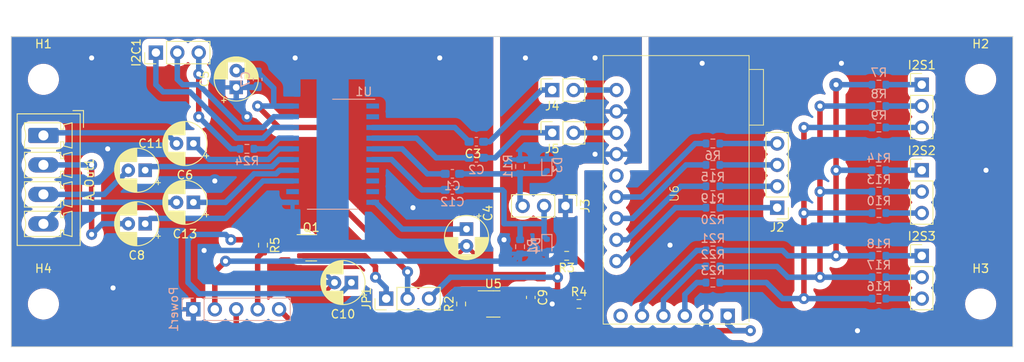
<source format=kicad_pcb>
(kicad_pcb (version 20221018) (generator pcbnew)
  (layers (0 "F.Cu" signal) (31 "B.Cu" signal) (34 "B.Paste" user) (35 "F.Paste" user) (36 "B.SilkS" user "B.Silkscreen") (37 "F.SilkS" user "F.Silkscreen") (38 "B.Mask" user) (39 "F.Mask" user) (44 "Edge.Cuts" user))
  (net 0 "")
  (net 1 "/OUT_LF")
  (net 2 "/OUT_LR")
  (net 3 "/OUT_RF")
  (net 4 "/OUT_RR")
  (net 5 "/9V0A")
  (net 6 "GNDD")
  (net 7 "/Aux_R")
  (net 8 "GNDA")
  (net 9 "/Aux_L")
  (net 10 "Net-(U1-SE1L)")
  (net 11 "Net-(U1-SE2R)")
  (net 12 "/I2S1_BitClockInput")
  (net 13 "/I2S1_DataInput")
  (net 14 "Net-(J5-Pin_1)")
  (net 15 "Net-(U1-SE2L)")
  (net 16 "/I2S1_WordClockInput")
  (net 17 "/I2S2_BitClockInput")
  (net 18 "/I2S2_DataInput")
  (net 19 "/I2S2_WordClockInput")
  (net 20 "/I2S3_BitClockInput")
  (net 21 "Net-(J4-Pin_1)")
  (net 22 "Net-(U1-CREF)")
  (net 23 "/MutePin")
  (net 24 "/I2C_SCL")
  (net 25 "/I2C_SDA")
  (net 26 "Net-(U1-OUTLF)")
  (net 27 "/I2S3_DataInput")
  (net 28 "/I2S3_WordClockInput")
  (net 29 "Net-(J2-Pin_1)")
  (net 30 "Net-(J2-Pin_2)")
  (net 31 "+5V")
  (net 32 "Net-(J2-Pin_3)")
  (net 33 "Net-(J2-Pin_4)")
  (net 34 "Net-(U6-FMT)")
  (net 35 "Net-(R14-Pad2)")
  (net 36 "Net-(R13-Pad2)")
  (net 37 "Net-(R10-Pad2)")
  (net 38 "Net-(U6-XSMT)")
  (net 39 "Net-(U6-DEMP)")
  (net 40 "Net-(U6-FLT)")
  (net 41 "/BitClockInput")
  (net 42 "/DataInput")
  (net 43 "/WordClockInput")
  (net 44 "Net-(JP1-B)")
  (net 45 "Net-(U5-EN)")
  (net 46 "Net-(U5-ADJ)")
  (net 47 "+9V")
  (net 48 "+12V")
  (net 49 "Net-(Q1-B)")
  (net 50 "Net-(JP1-A)")
  (net 51 "Net-(U1-OUTRF)")
  (net 52 "Net-(U1-OUTLR)")
  (net 53 "/PCV5102_Lout")
  (net 54 "/PCV5102_Rout")
  (net 55 "Net-(U1-SE1R)")
  (net 58 "Net-(U1-OUTRR)")
  (net 59 "Net-(U1-MUTE{slash}MUX)")
  (footprint "Capacitor_THT:CP_Radial_D5.0mm_P2.00mm" (layer "F.Cu") (at 113.665 50.485113 90)
    (fp_text reference "C5")
    (fp_text value "10uF")
  )
  (footprint "Connector_PinHeader_2.54mm:PinHeader_1x03_P2.54mm_Vertical" (layer "F.Cu") (at 194.945 50.165)
    (fp_text reference "I2S1")
    (fp_text value "Conn_01x03_Pin")
  )
  (footprint "Resistor_SMD:R_0603_1608Metric" (layer "F.Cu") (at 140.335 76.2 90)
    (fp_text reference "R2")
    (fp_text value "10k")
  )
  (footprint "MountingHole:MountingHole_3.2mm_M3" (layer "F.Cu") (at 90.805 76.2)
    (fp_text reference "H4")
    (fp_text value "MountingHole")
  )
  (footprint "Connector_PinHeader_2.54mm:PinHeader_1x03_P2.54mm_Vertical" (layer "F.Cu") (at 152.706 64.5586 -90)
    (fp_text reference "J3")
    (fp_text value "AudioIn")
  )
  (footprint "Capacitor_THT:CP_Radial_D5.0mm_P2.00mm" (layer "F.Cu") (at 102.87 60.325 180)
    (fp_text reference "C11")
    (fp_text value "10uF n.a.")
  )
  (footprint "Connector_PinHeader_2.54mm:PinHeader_1x03_P2.54mm_Vertical" (layer "F.Cu") (at 104.14 46.355 90)
    (fp_text reference "I2C1")
    (fp_text value "Conn_01x03_Pin")
  )
  (footprint "MountingHole:MountingHole_3.2mm_M3" (layer "F.Cu") (at 201.93 76.2)
    (fp_text reference "H3")
    (fp_text value "MountingHole")
  )
  (footprint "Connector_PinSocket_2.54mm:PinSocket_1x02_P2.54mm_Vertical" (layer "F.Cu") (at 151.13 55.88 90)
    (fp_text reference "J5")
    (fp_text value "Conn_01x02_Pin")
  )
  (footprint "Resistor_SMD:R_0603_1608Metric" (layer "F.Cu") (at 152.845 70.485 180)
    (fp_text reference "R3")
    (fp_text value "10k")
  )
  (footprint "Capacitor_THT:CP_Radial_D5.0mm_P2.00mm" (layer "F.Cu") (at 102.87 66.675 180)
    (fp_text reference "C8")
    (fp_text value "10uF n.a.")
  )
  (footprint "Connector_Phoenix_MC:PhoenixContact_MCV_1,5_4-G-3.5_1x04_P3.50mm_Vertical" (layer "F.Cu") (at 90.805 56.19 -90)
    (fp_text reference "A_Out1")
    (fp_text value "Conn_01x04")
  )
  (footprint "Connector_PinSocket_2.54mm:PinSocket_1x02_P2.54mm_Vertical" (layer "F.Cu") (at 151.13 50.8 90)
    (fp_text reference "J4")
    (fp_text value "Conn_01x02_Pin")
  )
  (footprint "MountingHole:MountingHole_3.2mm_M3" (layer "F.Cu") (at 90.805 49.53)
    (fp_text reference "H1")
    (fp_text value "MountingHole")
  )
  (footprint "Capacitor_THT:CP_Radial_D5.0mm_P2.00mm" (layer "F.Cu") (at 127.320113 73.66 180)
    (fp_text reference "C10")
    (fp_text value "100uF")
  )
  (footprint "Capacitor_THT:CP_Radial_D5.0mm_P2.00mm" (layer "F.Cu") (at 140.97 67.31 -90)
    (fp_text reference "C4")
    (fp_text value "10uF")
  )
  (footprint "Capacitor_THT:CP_Radial_D5.0mm_P2.00mm" (layer "F.Cu") (at 108.585 64.135 180)
    (fp_text reference "C13")
    (fp_text value "10uF n.a.")
  )
  (footprint "GY-PCM5102:GY-PCM5102" (layer "F.Cu") (at 166.116 65.6336 90)
    (fp_text reference "U6")
    (fp_text value "GY-PCM5102")
  )
  (footprint "Package_TO_SOT_SMD:SOT-23" (layer "F.Cu") (at 122.555 69.53)
    (fp_text reference "Q1")
    (fp_text value "BC817")
  )
  (footprint "Resistor_SMD:R_0603_1608Metric" (layer "F.Cu") (at 154.305 76.2)
    (fp_text reference "R4")
    (fp_text value "1k6")
  )
  (footprint "Connector_PinHeader_2.54mm:PinHeader_1x04_P2.54mm_Vertical" (layer "F.Cu") (at 177.8 64.77 180)
    (fp_text reference "J2")
    (fp_text value "Conn_01x04_Pin")
  )
  (footprint "Connector_PinHeader_2.54mm:PinHeader_1x03_P2.54mm_Vertical" (layer "F.Cu") (at 131.445 75.565 90)
    (fp_text reference "JP1")
    (fp_text value "Jumper_3_Open")
  )
  (footprint "Capacitor_THT:CP_Radial_D5.0mm_P2.00mm" (layer "F.Cu") (at 108.585 57.15 180)
    (fp_text reference "C6")
    (fp_text value "10uF n.a.")
  )
  (footprint "Package_TO_SOT_SMD:SOT-23-5" (layer "F.Cu") (at 144.145 76.2)
    (fp_text reference "U5")
    (fp_text value "AP2204K-ADJ")
  )
  (footprint "Capacitor_SMD:C_0603_1608Metric" (layer "F.Cu") (at 148.59 75.425 -90)
    (fp_text reference "C9")
    (fp_text value "2.2uF")
  )
  (footprint "MountingHole:MountingHole_3.2mm_M3" (layer "F.Cu") (at 201.93 49.53)
    (fp_text reference "H2")
    (fp_text value "MountingHole")
  )
  (footprint "Resistor_SMD:R_0603_1608Metric" (layer "F.Cu") (at 116.84 69.215 -90)
    (fp_text reference "R5")
    (fp_text value "150")
  )
  (footprint "Connector_PinHeader_2.54mm:PinHeader_1x03_P2.54mm_Vertical" (layer "F.Cu") (at 194.945 60.325)
    (fp_text reference "I2S2")
    (fp_text value "Conn_01x03_Pin")
  )
  (footprint "Connector_PinHeader_2.54mm:PinHeader_1x03_P2.54mm_Vertical" (layer "F.Cu") (at 194.945 70.485)
    (fp_text reference "I2S3")
    (fp_text value "Conn_01x03_Pin")
  )
  (footprint "Capacitor_SMD:C_0603_1608Metric_Pad1.08x0.95mm_HandSolder" (layer "B.Cu") (at 139.2925 62.6536)
    (fp_text reference "C12")
    (fp_text value "1uF")
  )
  (footprint "Resistor_SMD:R_0603_1608Metric" (layer "B.Cu") (at 170.18 64.77)
    (fp_text reference "R20")
    (fp_text value "1k")
  )
  (footprint "Diode_SMD:D_SOD-523" (layer "B.Cu") (at 150.495 69.215 -90)
    (fp_text reference "D4")
    (fp_text value "ESD5Z5.0T1G")
  )
  (footprint "Resistor_SMD:R_0603_1608Metric" (layer "B.Cu") (at 170.18 57.15)
    (fp_text reference "R6")
    (fp_text value "1k")
  )
  (footprint "Capacitor_SMD:C_0603_1608Metric_Pad1.08x0.95mm_HandSolder" (layer "B.Cu") (at 142.1385 58.8436)
    (fp_text reference "C2")
    (fp_text value "1uF")
  )
  (footprint "Resistor_SMD:R_0603_1608Metric" (layer "B.Cu") (at 114.935 57.785)
    (fp_text reference "R24")
    (fp_text value "1k")
  )
  (footprint "Resistor_SMD:R_0603_1608Metric" (layer "B.Cu") (at 189.865 75.565 180)
    (fp_text reference "R16")
    (fp_text value "90-165-330")
  )
  (footprint "Resistor_SMD:R_0603_1608Metric" (layer "B.Cu") (at 170.18 71.755 180)
    (fp_text reference "R22")
    (fp_text value "90-165-330")
  )
  (footprint "Capacitor_SMD:C_0603_1608Metric_Pad1.08x0.95mm_HandSolder" (layer "B.Cu") (at 139.2925 60.7486)
    (fp_text reference "C1")
    (fp_text value "1uF")
  )
  (footprint "Diode_SMD:D_SOD-523" (layer "B.Cu") (at 150.495 59.69 90)
    (fp_text reference "D3")
    (fp_text value "ESD5Z5.0T1G")
  )
  (footprint "Package_SO:SO-20_12.8x7.5mm_P1.27mm" (layer "B.Cu") (at 125.095 58.42 180)
    (fp_text reference "U1")
    (fp_text value "TDA7418")
  )
  (footprint "Resistor_SMD:R_0603_1608Metric" (layer "B.Cu") (at 147.32 59.88 -90)
    (fp_text reference "R11")
    (fp_text value "10k (n.a.)")
  )
  (footprint "Resistor_SMD:R_0603_1608Metric" (layer "B.Cu") (at 189.865 60.325 180)
    (fp_text reference "R14")
    (fp_text value "90-165-330")
  )
  (footprint "Capacitor_SMD:C_0603_1608Metric_Pad1.08x0.95mm_HandSolder" (layer "B.Cu") (at 116.205 49.53 -90)
    (fp_text reference "C7")
    (fp_text value "100nF")
  )
  (footprint "Resistor_SMD:R_0603_1608Metric" (layer "B.Cu") (at 189.865 62.865 180)
    (fp_text reference "R13")
    (fp_text value "90-165-330")
  )
  (footprint "Resistor_SMD:R_0603_1608Metric" (layer "B.Cu") (at 170.18 59.69)
    (fp_text reference "R15")
    (fp_text value "1k")
  )
  (footprint "Resistor_SMD:R_0603_1608Metric" (layer "B.Cu") (at 189.865 73.025 180)
    (fp_text reference "R17")
    (fp_text value "90-165-330")
  )
  (footprint "Resistor_SMD:R_0603_1608Metric" (layer "B.Cu") (at 189.865 55.245 180)
    (fp_text reference "R9")
    (fp_text value "90-165-330")
  )
  (footprint "Connector_PinHeader_2.54mm:PinHeader_1x05_P2.54mm_Vertical" (layer "B.Cu") (at 108.585 76.835 -90)
    (fp_text reference "Power1")
    (fp_text value "Conn_01x05_Pin")
  )
  (footprint "Resistor_SMD:R_0603_1608Metric" (layer "B.Cu") (at 170.18 69.85 180)
    (fp_text reference "R21")
    (fp_text value "90-165-330")
  )
  (footprint "Resistor_SMD:R_0603_1608Metric" (layer "B.Cu") (at 147.32 69.405 90)
    (fp_text reference "R1")
    (fp_text value "10k (n.a.)")
  )
  (footprint "Resistor_SMD:R_0603_1608Metric" (layer "B.Cu") (at 170.18 73.66 180)
    (fp_text reference "R23")
    (fp_text value "90-165-330")
  )
  (footprint "Capacitor_SMD:C_0603_1608Metric_Pad1.08x0.95mm_HandSolder" (layer "B.Cu") (at 142.1385 56.9386)
    (fp_text reference "C3")
    (fp_text value "1uF")
  )
  (footprint "Resistor_SMD:R_0603_1608Metric" (layer "B.Cu") (at 189.865 70.485 180)
    (fp_text reference "R18")
    (fp_text value "90-165-330")
  )
  (footprint "Resistor_SMD:R_0603_1608Metric" (layer "B.Cu") (at 189.865 65.405 180)
    (fp_text reference "R10")
    (fp_text value "90-165-330")
  )
  (footprint "Resistor_SMD:R_0603_1608Metric" (layer "B.Cu") (at 170.18 62.23)
    (fp_text reference "R19")
    (fp_text value "1k")
  )
  (footprint "Resistor_SMD:R_0603_1608Metric" (layer "B.Cu") (at 189.865 50.165 180)
    (fp_text reference "R7")
    (fp_text value "90-165-330")
  )
  (footprint "Resistor_SMD:R_0603_1608Metric" (layer "B.Cu") (at 189.865 52.705 180)
    (fp_text reference "R8")
    (fp_text value "90-165-330")
  )
  (gr_line (start 86.995 81.28) (end 205.74 81.28) (stroke (width 0.1)) (layer "Edge.Cuts"))
  (gr_line (start 86.995 44.45) (end 86.995 81.28) (stroke (width 0.1)) (layer "Edge.Cuts"))
  (gr_line (start 86.995 44.45) (end 205.74 44.45) (stroke (width 0.1)) (layer "Edge.Cuts"))
  (gr_line (start 205.74 81.28) (end 205.74 44.45) (stroke (width 0.1)) (layer "Edge.Cuts"))
  (segment (start 91.115 55.88) (end 105.315 55.88) (width 0.65) (layer "B.Cu") (net 1))
  (segment (start 105.315 55.88) (end 106.585 57.15) (width 0.65) (layer "B.Cu") (net 1))
  (segment (start 91.13 56.515) (end 90.805 56.19) (width 0.65) (layer "B.Cu") (net 1))
  (segment (start 90.805 56.19) (end 91.115 55.88) (width 0.65) (layer "B.Cu") (net 1))
  (segment (start 98.005 63.19) (end 100.87 60.325) (width 0.65) (layer "B.Cu") (net 2))
  (segment (start 90.805 63.19) (end 98.005 63.19) (width 0.65) (layer "B.Cu") (net 2))
  (segment (start 96.52 59.69) (end 96.52 67.945) (width 0.65) (layer "F.Cu") (net 3))
  (via (at 96.52 67.945) (size 1.3) (drill 0.6) (layers "F.Cu" "B.Cu") (net 3))
  (via (at 96.52 59.69) (size 1.3) (drill 0.6) (layers "F.Cu" "B.Cu") (net 3))
  (segment (start 97.79 66.675) (end 96.52 67.945) (width 0.65) (layer "B.Cu") (net 3))
  (segment (start 100.87 66.675) (end 97.79 66.675) (width 0.65) (layer "B.Cu") (net 3))
  (segment (start 90.805 59.69) (end 96.52 59.69) (width 0.65) (layer "B.Cu") (net 3))
  (segment (start 93.36 64.135) (end 90.805 66.69) (width 0.65) (layer "B.Cu") (net 4))
  (segment (start 106.585 64.135) (end 93.36 64.135) (width 0.65) (layer "B.Cu") (net 4))
  (segment (start 123.825 55.245) (end 118.745 55.245) (width 0.65) (layer "F.Cu") (net 5))
  (segment (start 124.46 62.865) (end 124.46 62.23) (width 0.65) (layer "F.Cu") (net 5))
  (segment (start 124.46 62.23) (end 124.46 55.88) (width 0.65) (layer "F.Cu") (net 5))
  (segment (start 118.745 55.245) (end 116.205 52.705) (width 0.65) (layer "F.Cu") (net 5))
  (segment (start 124.46 55.88) (end 123.825 55.245) (width 0.65) (layer "F.Cu") (net 5))
  (segment (start 133.985 72.39) (end 124.46 62.865) (width 0.65) (layer "F.Cu") (net 5))
  (via (at 133.985 72.39) (size 1.3) (drill 0.6) (layers "F.Cu" "B.Cu") (net 5))
  (via (at 116.205 52.705) (size 1.3) (drill 0.6) (layers "F.Cu" "B.Cu") (net 5))
  (segment (start 116.022613 48.485113) (end 116.205 48.6675) (width 0.65) (layer "B.Cu") (net 5))
  (segment (start 120.345 52.705) (end 118.11 52.705) (width 0.65) (layer "B.Cu") (net 5))
  (segment (start 114.3 48.485113) (end 116.022613 48.485113) (width 0.65) (layer "B.Cu") (net 5))
  (segment (start 133.985 75.565) (end 133.985 72.39) (width 0.65) (layer "B.Cu") (net 5))
  (segment (start 116.205 52.705) (end 118.11 52.705) (width 0.65) (layer "B.Cu") (net 5))
  (segment (start 118.11 52.705) (end 118.11 50.5725) (width 0.65) (layer "B.Cu") (net 5))
  (segment (start 118.11 50.5725) (end 116.205 48.6675) (width 0.65) (layer "B.Cu") (net 5))
  (segment (start 114.935 62.23) (end 109.855 67.31) (width 0.65) (layer "F.Cu") (net 6))
  (segment (start 114.935 53.975) (end 114.935 62.23) (width 0.65) (layer "F.Cu") (net 6))
  (segment (start 148.59 76.2) (end 151.13 76.2) (width 0.65) (layer "F.Cu") (net 6))
  (segment (start 109.855 67.31) (end 109.855 69.85) (width 0.65) (layer "F.Cu") (net 6))
  (segment (start 151.13 76.2) (end 153.48 76.2) (width 0.65) (layer "F.Cu") (net 6))
  (segment (start 108.585 76.835) (end 108.585 71.12) (width 0.65) (layer "F.Cu") (net 6))
  (segment (start 108.585 71.12) (end 109.855 69.85) (width 0.65) (layer "F.Cu") (net 6))
  (segment (start 143.0075 76.2) (end 148.59 76.2) (width 0.65) (layer "F.Cu") (net 6))
  (via (at 99.06 74.295) (size 1.6) (drill 0.6) (layers "F.Cu" "B.Cu") (net 6))
  (via (at 98.425 57.785) (size 1.6) (drill 0.6) (layers "F.Cu" "B.Cu") (net 6))
  (via (at 134.62 64.77) (size 1.6) (drill 0.6) (layers "F.Cu" "B.Cu") (net 6))
  (via (at 96.52 46.99) (size 1.6) (drill 0.6) (layers "F.Cu" "B.Cu") (net 6))
  (via (at 202.565 60.325) (size 1.6) (drill 0.6) (layers "F.Cu" "B.Cu") (net 6))
  (via (at 109.855 69.85) (size 1.3) (drill 0.6) (layers "F.Cu" "B.Cu") (net 6))
  (via (at 120.65 46.99) (size 1.6) (drill 0.6) (layers "F.Cu" "B.Cu") (net 6))
  (via (at 168.91 47.625) (size 1.6) (drill 0.6) (layers "F.Cu" "B.Cu") (net 6))
  (via (at 114.935 53.975) (size 1.3) (drill 0.6) (layers "F.Cu" "B.Cu") (net 6))
  (via (at 111.125 61.595) (size 1.6) (drill 0.6) (layers "F.Cu" "B.Cu") (net 6))
  (via (at 185.42 47.625) (size 1.6) (drill 0.6) (layers "F.Cu" "B.Cu") (net 6))
  (via (at 137.795 46.99) (size 1.6) (drill 0.6) (layers "F.Cu" "B.Cu") (net 6))
  (via (at 187.325 79.375) (size 1.6) (drill 0.6) (layers "F.Cu" "B.Cu") (net 6))
  (via (at 165.1 69.215) (size 1.6) (drill 0.6) (layers "F.Cu" "B.Cu") (net 6))
  (via (at 151.13 76.2) (size 1.3) (drill 0.6) (layers "F.Cu" "B.Cu") (net 6))
  (segment (start 113.665 50.485113) (end 113.665 52.705) (width 0.65) (layer "B.Cu") (net 6))
  (segment (start 118.84 69.85) (end 117.475 69.85) (width 0.65) (layer "B.Cu") (net 6))
  (segment (start 116.112387 50.485113) (end 116.205 50.3925) (width 0.65) (layer "B.Cu") (net 6))
  (segment (start 151.13 79.375) (end 151.13 76.2) (width 0.65) (layer "B.Cu") (net 6))
  (segment (start 169.396 78.889) (end 169.396 77.5936) (width 0.65) (layer "B.Cu") (net 6))
  (segment (start 119.38 69.31) (end 118.84 69.85) (width 0.65) (layer "B.Cu") (net 6))
  (segment (start 125.320113 73.66) (end 111.125 73.66) (width 0.65) (layer "B.Cu") (net 6))
  (segment (start 154.305 79.375) (end 168.91 79.375) (width 0.65) (layer "B.Cu") (net 6))
  (segment (start 140.97 69.31) (end 119.38 69.31) (width 0.65) (layer "B.Cu") (net 6))
  (segment (start 108.585 78.74) (end 108.585 76.835) (width 0.65) (layer "B.Cu") (net 6))
  (segment (start 168.91 79.375) (end 169.396 78.889) (width 0.65) (layer "B.Cu") (net 6))
  (segment (start 151.13 79.375) (end 154.305 79.375) (width 0.65) (layer "B.Cu") (net 6))
  (segment (start 117.475 69.85) (end 109.855 69.85) (width 0.65) (layer "B.Cu") (net 6))
  (segment (start 120.345 64.135) (end 118.11 64.135) (width 0.65) (layer "B.Cu") (net 6))
  (segment (start 117.475 64.77) (end 117.475 69.85) (width 0.65) (layer "B.Cu") (net 6))
  (segment (start 108.585 78.74) (end 109.22 79.375) (width 0.65) (layer "B.Cu") (net 6))
  (segment (start 109.855 72.39) (end 109.855 69.85) (width 0.65) (layer "B.Cu") (net 6))
  (segment (start 118.11 64.135) (end 117.475 64.77) (width 0.65) (layer "B.Cu") (net 6))
  (segment (start 114.3 50.485113) (end 116.112387 50.485113) (width 0.65) (layer "B.Cu") (net 6))
  (segment (start 113.665 52.705) (end 114.935 53.975) (width 0.65) (layer "B.Cu") (net 6))
  (segment (start 109.22 79.375) (end 151.13 79.375) (width 0.65) (layer "B.Cu") (net 6))
  (segment (start 111.125 73.66) (end 109.855 72.39) (width 0.65) (layer "B.Cu") (net 6))
  (segment (start 147.32 66.675) (end 150.166 66.675) (width 0.65) (layer "B.Cu") (net 7))
  (segment (start 145.415 66.675) (end 147.32 66.675) (width 0.65) (layer "B.Cu") (net 7))
  (segment (start 150.166 66.675) (end 150.166 64.5586) (width 0.65) (layer "B.Cu") (net 7))
  (segment (start 145.2036 62.6536) (end 145.415 62.865) (width 0.65) (layer "B.Cu") (net 7))
  (segment (start 150.495 68.515) (end 150.166 68.186) (width 0.65) (layer "B.Cu") (net 7))
  (segment (start 145.415 62.865) (end 145.415 66.675) (width 0.65) (layer "B.Cu") (net 7))
  (segment (start 147.32 68.58) (end 147.32 66.675) (width 0.65) (layer "B.Cu") (net 7))
  (segment (start 150.166 68.186) (end 150.166 66.675) (width 0.65) (layer "B.Cu") (net 7))
  (segment (start 140.155 62.6536) (end 145.2036 62.6536) (width 0.65) (layer "B.Cu") (net 7))
  (segment (start 111.125 72.39) (end 112.394998 71.12) (width 0.65) (layer "F.Cu") (net 8))
  (segment (start 156.21 46.99) (end 156.21 58.42) (width 0.65) (layer "F.Cu") (net 8))
  (segment (start 111.125 76.835) (end 111.125 72.39) (width 0.65) (layer "F.Cu") (net 8))
  (via (at 156.21 58.42) (size 1.3) (drill 0.6) (layers "F.Cu" "B.Cu") (net 8))
  (via (at 145.415 68.58) (size 1.6) (drill 0.6) (layers "F.Cu" "B.Cu") (net 8))
  (via (at 156.21 46.99) (size 1.3) (drill 0.6) (layers "F.Cu" "B.Cu") (net 8))
  (via (at 147.955 46.99) (size 1.6) (drill 0.6) (layers "F.Cu" "B.Cu") (net 8))
  (via (at 112.394998 71.12) (size 1.3) (drill 0.6) (layers "F.Cu" "B.Cu") (net 8))
  (segment (start 152.706 69.544) (end 152.4 69.85) (width 0.65) (layer "B.Cu") (net 8))
  (segment (start 152.706 64.5586) (end 152.706 69.544) (width 0.65) (layer "B.Cu") (net 8))
  (segment (start 161.29 53.34) (end 161.29 57.785) (width 0.65) (layer "B.Cu") (net 8))
  (segment (start 154.305 58.42) (end 152.729 59.996) (width 0.65) (layer "B.Cu") (net 8))
  (segment (start 147.385 58.99) (end 150.495 58.99) (width 0.65) (layer "B.Cu") (net 8))
  (segment (start 158.75 53.34) (end 161.29 53.34) (width 0.65) (layer "B.Cu") (net 8))
  (segment (start 150.56 69.85) (end 150.495 69.915) (width 0.65) (layer "B.Cu") (net 8))
  (segment (start 158.75 58.42) (end 156.21 58.42) (width 0.65) (layer "B.Cu") (net 8))
  (segment (start 151.7 58.99) (end 152.706 59.996) (width 0.65) (layer "B.Cu") (net 8))
  (segment (start 152.4 69.85) (end 150.56 69.85) (width 0.65) (layer "B.Cu") (net 8))
  (segment (start 152.729 59.996) (end 152.706 59.996) (width 0.65) (layer "B.Cu") (net 8))
  (segment (start 156.21 58.42) (end 154.305 58.42) (width 0.65) (layer "B.Cu") (net 8))
  (segment (start 161.29 57.785) (end 160.655 58.42) (width 0.65) (layer "B.Cu") (net 8))
  (segment (start 146.43 71.12) (end 112.394998 71.12) (width 0.65) (layer "B.Cu") (net 8))
  (segment (start 147.32 70.23) (end 150.18 70.23) (width 0.65) (layer "B.Cu") (net 8))
  (segment (start 160.655 58.42) (end 158.75 58.42) (width 0.65) (layer "B.Cu") (net 8))
  (segment (start 147.32 59.055) (end 147.385 58.99) (width 0.65) (layer "B.Cu") (net 8))
  (segment (start 147.32 70.23) (end 146.43 71.12) (width 0.65) (layer "B.Cu") (net 8))
  (segment (start 152.706 59.996) (end 152.706 64.5586) (width 0.65) (layer "B.Cu") (net 8))
  (segment (start 150.18 70.23) (end 150.495 69.915) (width 0.65) (layer "B.Cu") (net 8))
  (segment (start 150.495 58.99) (end 151.7 58.99) (width 0.65) (layer "B.Cu") (net 8))
  (segment (start 140.155 60.7486) (end 147.2764 60.7486) (width 0.65) (layer "B.Cu") (net 9))
  (segment (start 150.18 60.705) (end 150.495 60.39) (width 0.65) (layer "B.Cu") (net 9))
  (segment (start 147.32 60.705) (end 147.32 64.2526) (width 0.65) (layer "B.Cu") (net 9))
  (segment (start 147.2764 60.7486) (end 147.32 60.705) (width 0.65) (layer "B.Cu") (net 9))
  (segment (start 147.32 60.705) (end 150.18 60.705) (width 0.65) (layer "B.Cu") (net 9))
  (segment (start 147.32 64.2526) (end 147.626 64.5586) (width 0.65) (layer "B.Cu") (net 9))
  (segment (start 133.35 57.785) (end 136.3136 60.7486) (width 0.65) (layer "B.Cu") (net 10))
  (segment (start 136.3136 60.7486) (end 138.43 60.7486) (width 0.65) (layer "B.Cu") (net 10))
  (segment (start 129.845 57.785) (end 133.35 57.785) (width 0.65) (layer "B.Cu") (net 10))
  (segment (start 135.0428 56.515) (end 137.3714 58.8436) (width 0.65) (layer "B.Cu") (net 11))
  (segment (start 129.845 56.515) (end 135.0428 56.515) (width 0.65) (layer "B.Cu") (net 11))
  (segment (start 137.3714 58.8436) (end 141.276 58.8436) (width 0.65) (layer "B.Cu") (net 11))
  (segment (start 190.69 50.165) (end 194.945 50.165) (width 0.65) (layer "B.Cu") (net 12))
  (segment (start 194.945 52.705) (end 190.69 52.705) (width 0.65) (layer "B.Cu") (net 13))
  (segment (start 147.32 55.88) (end 151.13 55.88) (width 0.65) (layer "B.Cu") (net 14))
  (segment (start 143.001 58.8436) (end 144.3564 58.8436) (width 0.65) (layer "B.Cu") (net 14))
  (segment (start 144.3564 58.8436) (end 147.32 55.88) (width 0.65) (layer "B.Cu") (net 14))
  (segment (start 129.845 55.245) (end 139.5824 55.245) (width 0.65) (layer "B.Cu") (net 15))
  (segment (start 139.5824 55.245) (end 141.276 56.9386) (width 0.65) (layer "B.Cu") (net 15))
  (segment (start 190.69 55.245) (end 194.945 55.245) (width 0.65) (layer "B.Cu") (net 16))
  (segment (start 190.69 60.325) (end 194.945 60.325) (width 0.65) (layer "B.Cu") (net 17))
  (segment (start 190.69 62.865) (end 194.945 62.865) (width 0.65) (layer "B.Cu") (net 18))
  (segment (start 190.69 65.405) (end 194.945 65.405) (width 0.65) (layer "B.Cu") (net 19))
  (segment (start 190.69 70.485) (end 194.945 70.485) (width 0.65) (layer "B.Cu") (net 20))
  (segment (start 149.86 50.8) (end 151.13 50.8) (width 0.65) (layer "B.Cu") (net 21))
  (segment (start 143.001 56.9386) (end 143.7214 56.9386) (width 0.65) (layer "B.Cu") (net 21))
  (segment (start 143.7214 56.9386) (end 149.86 50.8) (width 0.65) (layer "B.Cu") (net 21))
  (segment (start 129.845 64.135) (end 130.175 64.135) (width 0.65) (layer "B.Cu") (net 22))
  (segment (start 130.175 64.135) (end 133.35 67.31) (width 0.65) (layer "B.Cu") (net 22))
  (segment (start 133.35 67.31) (end 140.97 67.31) (width 0.65) (layer "B.Cu") (net 22))
  (segment (start 109.22 53.975) (end 109.22 48.895) (width 0.65) (layer "F.Cu") (net 23))
  (via (at 109.22 48.895) (size 1.3) (drill 0.6) (layers "F.Cu" "B.Cu") (net 23))
  (via (at 109.22 53.975) (size 1.3) (drill 0.6) (layers "F.Cu" "B.Cu") (net 23))
  (segment (start 113.03 57.785) (end 114.11 57.785) (width 0.65) (layer "B.Cu") (net 23))
  (segment (start 109.22 48.895) (end 109.22 46.355) (width 0.65) (layer "B.Cu") (net 23))
  (segment (start 109.22 53.975) (end 113.03 57.785) (width 0.65) (layer "B.Cu") (net 23))
  (segment (start 116.84 56.515) (end 118.11 55.245) (width 0.65) (layer "B.Cu") (net 24))
  (segment (start 118.11 55.245) (end 120.345 55.245) (width 0.65) (layer "B.Cu") (net 24))
  (segment (start 113.665 56.515) (end 116.84 56.515) (width 0.65) (layer "B.Cu") (net 24))
  (segment (start 104.14 46.355) (end 104.14 50.165) (width 0.65) (layer "B.Cu") (net 24))
  (segment (start 104.989501 51.014501) (end 108.164501 51.014501) (width 0.65) (layer "B.Cu") (net 24))
  (segment (start 104.14 50.165) (end 104.989501 51.014501) (width 0.65) (layer "B.Cu") (net 24))
  (segment (start 108.164501 51.014501) (end 113.665 56.515) (width 0.65) (layer "B.Cu") (net 24))
  (segment (start 116.84 55.245) (end 114.3 55.245) (width 0.65) (layer "B.Cu") (net 25))
  (segment (start 120.345 53.975) (end 118.11 53.975) (width 0.65) (layer "B.Cu") (net 25))
  (segment (start 118.11 53.975) (end 116.84 55.245) (width 0.65) (layer "B.Cu") (net 25))
  (segment (start 106.68 49.53) (end 106.68 46.355) (width 0.65) (layer "B.Cu") (net 25))
  (segment (start 114.3 55.245) (end 109.22 50.165) (width 0.65) (layer "B.Cu") (net 25))
  (segment (start 109.22 50.165) (end 107.315 50.165) (width 0.65) (layer "B.Cu") (net 25))
  (segment (start 107.315 50.165) (end 106.68 49.53) (width 0.65) (layer "B.Cu") (net 25))
  (segment (start 120.345 57.785) (end 118.745 57.785) (width 0.65) (layer "B.Cu") (net 26))
  (segment (start 118.745 57.785) (end 117.483503 59.046497) (width 0.65) (layer "B.Cu") (net 26))
  (segment (start 110.481497 59.046497) (end 108.585 57.15) (width 0.65) (layer "B.Cu") (net 26))
  (segment (start 117.483503 59.046497) (end 110.481497 59.046497) (width 0.65) (layer "B.Cu") (net 26))
  (segment (start 190.69 73.025) (end 194.945 73.025) (width 0.65) (layer "B.Cu") (net 27))
  (segment (start 190.69 75.565) (end 194.945 75.565) (width 0.65) (layer "B.Cu") (net 28))
  (segment (start 171.005 64.77) (end 177.8 64.77) (width 0.65) (layer "B.Cu") (net 29))
  (segment (start 171.005 62.23) (end 177.8 62.23) (width 0.65) (layer "B.Cu") (net 30))
  (segment (start 113.665 78.74) (end 114.3 79.375) (width 0.65) (layer "F.Cu") (net 31))
  (segment (start 114.3 79.375) (end 174.625 79.375) (width 0.65) (layer "F.Cu") (net 31))
  (segment (start 113.665 76.835) (end 113.665 78.74) (width 0.65) (layer "F.Cu") (net 31))
  (via (at 174.625 79.375) (size 1.3) (drill 0.6) (layers "F.Cu" "B.Cu") (net 31))
  (segment (start 172.72 79.375) (end 171.936 78.591) (width 0.65) (layer "B.Cu") (net 31))
  (segment (start 171.936 78.591) (end 171.936 77.5936) (width 0.65) (layer "B.Cu") (net 31))
  (segment (start 174.625 79.375) (end 172.72 79.375) (width 0.65) (layer "B.Cu") (net 31))
  (segment (start 171.005 59.69) (end 177.8 59.69) (width 0.65) (layer "B.Cu") (net 32))
  (segment (start 171.005 57.15) (end 177.8 57.15) (width 0.65) (layer "B.Cu") (net 33))
  (segment (start 158.75 63.5) (end 161.735 63.5) (width 0.65) (layer "B.Cu") (net 34))
  (segment (start 168.085 57.15) (end 169.355 57.15) (width 0.65) (layer "B.Cu") (net 34))
  (segment (start 161.735 63.5) (end 168.085 57.15) (width 0.65) (layer "B.Cu") (net 34))
  (segment (start 184.785 50.165) (end 184.785 60.325) (width 0.65) (layer "F.Cu") (net 35))
  (segment (start 184.785 70.485) (end 184.785 60.325) (width 0.65) (layer "F.Cu") (net 35))
  (via (at 184.785 50.165) (size 1.6) (drill 0.6) (layers "F.Cu" "B.Cu") (net 35))
  (via (at 184.785 70.485) (size 1.3) (drill 0.6) (layers "F.Cu" "B.Cu") (net 35))
  (via (at 184.785 60.325) (size 1.3) (drill 0.6) (layers "F.Cu" "B.Cu") (net 35))
  (segment (start 189.04 70.485) (end 184.785 70.485) (width 0.65) (layer "B.Cu") (net 35))
  (segment (start 178.435 69.85) (end 179.07 70.485) (width 0.65) (layer "B.Cu") (net 35))
  (segment (start 184.785 60.325) (end 189.04 60.325) (width 0.65) (layer "B.Cu") (net 35))
  (segment (start 179.07 70.485) (end 184.785 70.485) (width 0.65) (layer "B.Cu") (net 35))
  (segment (start 171.005 69.85) (end 178.435 69.85) (width 0.65) (layer "B.Cu") (net 35))
  (segment (start 189.04 50.165) (end 184.785 50.165) (width 0.65) (layer "B.Cu") (net 35))
  (segment (start 182.88 52.705) (end 182.88 62.865) (width 0.65) (layer "F.Cu") (net 36))
  (segment (start 182.88 73.025) (end 182.88 62.865) (width 0.65) (layer "F.Cu") (net 36))
  (via (at 182.88 52.705) (size 1.3) (drill 0.6) (layers "F.Cu" "B.Cu") (net 36))
  (via (at 182.88 73.025) (size 1.3) (drill 0.6) (layers "F.Cu" "B.Cu") (net 36))
  (via (at 182.88 62.865) (size 1.3) (drill 0.6) (layers "F.Cu" "B.Cu") (net 36))
  (segment (start 182.88 62.865) (end 189.04 62.865) (width 0.65) (layer "B.Cu") (net 36))
  (segment (start 171.005 71.755) (end 177.8 71.755) (width 0.65) (layer "B.Cu") (net 36))
  (segment (start 189.04 73.025) (end 182.88 73.025) (width 0.65) (layer "B.Cu") (net 36))
  (segment (start 179.07 73.025) (end 182.88 73.025) (width 0.65) (layer "B.Cu") (net 36))
  (segment (start 189.04 52.705) (end 182.88 52.705) (width 0.65) (layer "B.Cu") (net 36))
  (segment (start 177.8 71.755) (end 179.07 73.025) (width 0.65) (layer "B.Cu") (net 36))
  (segment (start 180.975 75.565) (end 180.975 65.405) (width 0.65) (layer "F.Cu") (net 37))
  (segment (start 180.975 55.245) (end 180.975 65.405) (width 0.65) (layer "F.Cu") (net 37))
  (via (at 180.975 75.565) (size 1.3) (drill 0.6) (layers "F.Cu" "B.Cu") (net 37))
  (via (at 180.975 65.405) (size 1.3) (drill 0.6) (layers "F.Cu" "B.Cu") (net 37))
  (via (at 180.975 55.245) (size 1.3) (drill 0.6) (layers "F.Cu" "B.Cu") (net 37))
  (segment (start 189.04 55.245) (end 180.975 55.245) (width 0.65) (layer "B.Cu") (net 37))
  (segment (start 176.53 73.66) (end 178.435 75.565) (width 0.65) (layer "B.Cu") (net 37))
  (segment (start 189.04 75.565) (end 180.975 75.565) (width 0.65) (layer "B.Cu") (net 37))
  (segment (start 178.435 75.565) (end 180.975 75.565) (width 0.65) (layer "B.Cu") (net 37))
  (segment (start 180.975 65.405) (end 189.04 65.405) (width 0.65) (layer "B.Cu") (net 37))
  (segment (start 171.005 73.66) (end 176.53 73.66) (width 0.65) (layer "B.Cu") (net 37))
  (segment (start 167.005 59.69) (end 169.355 59.69) (width 0.65) (layer "B.Cu") (net 38))
  (segment (start 160.655 66.04) (end 167.005 59.69) (width 0.65) (layer "B.Cu") (net 38))
  (segment (start 158.75 66.04) (end 160.655 66.04) (width 0.65) (layer "B.Cu") (net 38))
  (segment (start 160.02 68.58) (end 166.37 62.23) (width 0.65) (layer "B.Cu") (net 39))
  (segment (start 166.37 62.23) (end 169.355 62.23) (width 0.65) (layer "B.Cu") (net 39))
  (segment (start 158.75 68.58) (end 160.02 68.58) (width 0.65) (layer "B.Cu") (net 39))
  (segment (start 165.735 64.77) (end 169.355 64.77) (width 0.65) (layer "B.Cu") (net 40))
  (segment (start 158.75 71.12) (end 159.385 71.12) (width 0.65) (layer "B.Cu") (net 40))
  (segment (start 159.385 71.12) (end 165.735 64.77) (width 0.65) (layer "B.Cu") (net 40))
  (segment (start 161.776 76.349) (end 168.275 69.85) (width 0.65) (layer "B.Cu") (net 41))
  (segment (start 161.776 77.5936) (end 161.776 76.349) (width 0.65) (layer "B.Cu") (net 41))
  (segment (start 168.275 69.85) (end 169.355 69.85) (width 0.65) (layer "B.Cu") (net 41))
  (segment (start 168.275 71.755) (end 169.355 71.755) (width 0.65) (layer "B.Cu") (net 42))
  (segment (start 164.316 77.5936) (end 164.316 75.714) (width 0.65) (layer "B.Cu") (net 42))
  (segment (start 164.316 75.714) (end 168.275 71.755) (width 0.65) (layer "B.Cu") (net 42))
  (segment (start 166.856 75.079) (end 168.275 73.66) (width 0.65) (layer "B.Cu") (net 43))
  (segment (start 166.856 77.5936) (end 166.856 75.079) (width 0.65) (layer "B.Cu") (net 43))
  (segment (start 168.275 73.66) (end 169.355 73.66) (width 0.65) (layer "B.Cu") (net 43))
  (segment (start 146.965 74.65) (end 148.59 74.65) (width 0.65) (layer "F.Cu") (net 44))
  (segment (start 151.765 70.74) (end 151.765 73.025) (width 0.65) (layer "F.Cu") (net 44))
  (segment (start 148.59 74.65) (end 151.765 74.65) (width 0.65) (layer "F.Cu") (net 44))
  (segment (start 152.02 70.485) (end 151.765 70.74) (width 0.65) (layer "F.Cu") (net 44))
  (segment (start 146.365 75.25) (end 146.965 74.65) (width 0.65) (layer "F.Cu") (net 44))
  (segment (start 145.2825 75.25) (end 146.365 75.25) (width 0.65) (layer "F.Cu") (net 44))
  (segment (start 151.765 73.025) (end 151.765 74.65) (width 0.65) (layer "F.Cu") (net 44))
  (via (at 151.765 73.025) (size 1.3) (drill 0.6) (layers "F.Cu" "B.Cu") (net 44))
  (segment (start 136.525 75.565) (end 139.065 73.025) (width 0.65) (layer "B.Cu") (net 44))
  (segment (start 139.065 73.025) (end 151.765 73.025) (width 0.65) (layer "B.Cu") (net 44))
  (segment (start 143.0075 77.15) (end 140.46 77.15) (width 0.65) (layer "F.Cu") (net 45))
  (segment (start 140.46 77.15) (end 140.335 77.025) (width 0.65) (layer "F.Cu") (net 45))
  (segment (start 153.67 70.485) (end 156.21 73.025) (width 0.65) (layer "F.Cu") (net 46))
  (segment (start 145.2825 77.15) (end 146.365 77.15) (width 0.65) (layer "F.Cu") (net 46))
  (segment (start 156.21 73.025) (end 156.21 76.2) (width 0.65) (layer "F.Cu") (net 46))
  (segment (start 156.21 76.2) (end 156.21 77.47) (width 0.65) (layer "F.Cu") (net 46))
  (segment (start 147.065 77.85) (end 151.13 77.85) (width 0.65) (layer "F.Cu") (net 46))
  (segment (start 155.13 76.2) (end 156.21 76.2) (width 0.65) (layer "F.Cu") (net 46))
  (segment (start 155.83 77.85) (end 151.13 77.85) (width 0.65) (layer "F.Cu") (net 46))
  (segment (start 156.21 77.47) (end 155.83 77.85) (width 0.65) (layer "F.Cu") (net 46))
  (segment (start 146.365 77.15) (end 147.065 77.85) (width 0.65) (layer "F.Cu") (net 46))
  (segment (start 118.11 69.85) (end 117.03 69.85) (width 0.65) (layer "F.Cu") (net 47))
  (segment (start 116.205 70.675) (end 116.84 70.04) (width 0.65) (layer "F.Cu") (net 47))
  (segment (start 117.03 69.85) (end 116.84 70.04) (width 0.65) (layer "F.Cu") (net 47))
  (segment (start 123.4925 69.53) (end 118.43 69.53) (width 0.65) (layer "F.Cu") (net 47))
  (segment (start 116.205 76.835) (end 116.205 70.675) (width 0.65) (layer "F.Cu") (net 47))
  (segment (start 118.43 69.53) (end 118.11 69.85) (width 0.65) (layer "F.Cu") (net 47))
  (segment (start 138.43 76.835) (end 139.89 75.375) (width 0.65) (layer "F.Cu") (net 48))
  (segment (start 137.795 78.105) (end 138.43 77.47) (width 0.65) (layer "F.Cu") (net 48))
  (segment (start 120.015 78.105) (end 137.795 78.105) (width 0.65) (layer "F.Cu") (net 48))
  (segment (start 140.46 75.25) (end 140.335 75.375) (width 0.65) (layer "F.Cu") (net 48))
  (segment (start 139.89 75.375) (end 140.335 75.375) (width 0.65) (layer "F.Cu") (net 48))
  (segment (start 138.43 77.47) (end 138.43 76.835) (width 0.65) (layer "F.Cu") (net 48))
  (segment (start 118.745 76.835) (end 120.015 78.105) (width 0.65) (layer "F.Cu") (net 48))
  (segment (start 143.0075 75.25) (end 140.46 75.25) (width 0.65) (layer "F.Cu") (net 48))
  (segment (start 113.03 68.58) (end 116.65 68.58) (width 0.65) (layer "F.Cu") (net 49))
  (segment (start 121.4275 68.39) (end 121.6175 68.58) (width 0.65) (layer "F.Cu") (net 49))
  (segment (start 116.65 68.58) (end 116.84 68.39) (width 0.65) (layer "F.Cu") (net 49))
  (segment (start 116.84 68.39) (end 121.4275 68.39) (width 0.65) (layer "F.Cu") (net 49))
  (via (at 113.03 68.58) (size 1.3) (drill 0.6) (layers "F.Cu" "B.Cu") (net 49))
  (segment (start 112.395 67.945) (end 113.03 68.58) (width 0.65) (layer "B.Cu") (net 49))
  (segment (start 125.995113 74.985) (end 109.275 74.985) (width 0.65) (layer "B.Cu") (net 49))
  (segment (start 109.275 74.985) (end 107.95 73.66) (width 0.65) (layer "B.Cu") (net 49))
  (segment (start 107.95 68.58) (end 108.585 67.945) (width 0.65) (layer "B.Cu") (net 49))
  (segment (start 108.585 67.945) (end 112.395 67.945) (width 0.65) (layer "B.Cu") (net 49))
  (segment (start 107.95 73.66) (end 107.95 68.58) (width 0.65) (layer "B.Cu") (net 49))
  (segment (start 127.320113 73.66) (end 125.995113 74.985) (width 0.65) (layer "B.Cu") (net 49))
  (segment (start 128.9 70.48) (end 129.54 71.12) (width 0.65) (layer "F.Cu") (net 50))
  (segment (start 121.6175 70.48) (end 128.9 70.48) (width 0.65) (layer "F.Cu") (net 50))
  (segment (start 129.54 71.12) (end 130.175 71.755) (width 0.65) (layer "F.Cu") (net 50))
  (segment (start 130.175 71.755) (end 130.175 73.025) (width 0.65) (layer "F.Cu") (net 50))
  (via (at 130.175 73.025) (size 1.3) (drill 0.6) (layers "F.Cu" "B.Cu") (net 50))
  (segment (start 131.445 75.565) (end 131.445 74.295) (width 0.65) (layer "B.Cu") (net 50))
  (segment (start 131.445 74.295) (end 130.175 73.025) (width 0.65) (layer "B.Cu") (net 50))
  (segment (start 103.505 66.04) (end 102.87 66.675) (width 0.65) (layer "B.Cu") (net 51))
  (segment (start 120.345 61.595) (end 116.84 61.595) (width 0.65) (layer "B.Cu") (net 51))
  (segment (start 116.84 61.595) (end 112.395 66.04) (width 0.65) (layer "B.Cu") (net 51))
  (segment (start 112.395 66.04) (end 103.505 66.04) (width 0.65) (layer "B.Cu") (net 51))
  (segment (start 120.345 59.055) (end 118.745 59.055) (width 0.65) (layer "B.Cu") (net 52))
  (segment (start 118.745 59.055) (end 117.904002 59.895998) (width 0.65) (layer "B.Cu") (net 52))
  (segment (start 103.299002 59.895998) (end 102.87 60.325) (width 0.65) (layer "B.Cu") (net 52))
  (segment (start 117.904002 59.895998) (end 103.299002 59.895998) (width 0.65) (layer "B.Cu") (net 52))
  (segment (start 153.67 50.8) (end 158.75 50.8) (width 0.65) (layer "B.Cu") (net 53))
  (segment (start 153.67 55.88) (end 158.75 55.88) (width 0.65) (layer "B.Cu") (net 54))
  (segment (start 135.6786 62.6536) (end 138.43 62.6536) (width 0.65) (layer "B.Cu") (net 55))
  (segment (start 132.08 59.055) (end 135.6786 62.6536) (width 0.65) (layer "B.Cu") (net 55))
  (segment (start 129.845 59.055) (end 132.08 59.055) (width 0.65) (layer "B.Cu") (net 55))
  (segment (start 118.393125 60.745499) (end 115.784501 60.745499) (width 0.65) (layer "B.Cu") (net 58))
  (segment (start 112.395 64.135) (end 108.585 64.135) (width 0.65) (layer "B.Cu") (net 58))
  (segment (start 118.813624 60.325) (end 118.393125 60.745499) (width 0.65) (layer "B.Cu") (net 58))
  (segment (start 120.345 60.325) (end 118.813624 60.325) (width 0.65) (layer "B.Cu") (net 58))
  (segment (start 115.784501 60.745499) (end 112.395 64.135) (width 0.65) (layer "B.Cu") (net 58))
  (segment (start 120.345 56.515) (end 118.745 56.515) (width 0.65) (layer "B.Cu") (net 59))
  (segment (start 118.745 56.515) (end 117.475 57.785) (width 0.65) (layer "B.Cu") (net 59))
  (segment (start 117.475 57.785) (end 115.76 57.785) (width 0.65) (layer "B.Cu") (net 59))
  (zone (net 6) (net_name "GNDD") (layer "F.Cu") (priority 3) (connect_pads (clearance 0.8)) (min_thickness 0.25) (fill yes (thermal_gap 0.5) (thermal_bridge_width 0.5))
    (polygon (pts (xy 162.56 43.815) (xy 206.375 43.815) (xy 206.375 81.915) (xy 86.36 81.915) (xy 86.36 43.815) (xy 144.145 43.815) (xy 144.145 72.39) (xy 154.94 72.39) (xy 154.94 60.325) (xy 162.56 60.325)))
  )
  (zone (net 8) (net_name "GNDA") (layers "F&B.Cu") (priority 1) (connect_pads (clearance 0.8)) (min_thickness 0.25) (fill yes (thermal_gap 0.5) (thermal_bridge_width 0.5))
    (polygon (pts (xy 144.78 43.815) (xy 161.925 43.815) (xy 161.925 59.69) (xy 154.305 59.69) (xy 154.305 71.755) (xy 144.78 71.755)))
  )
  (zone (net 6) (net_name "GNDD") (layer "B.Cu") (priority 2) (connect_pads (clearance 0.8)) (min_thickness 0.25) (fill yes (thermal_gap 0.5) (thermal_bridge_width 0.5))
    (polygon (pts (xy 144.145 43.815) (xy 144.145 72.39) (xy 154.94 72.39) (xy 154.94 60.325) (xy 162.56 60.325) (xy 162.56 43.815) (xy 206.375 43.815) (xy 206.375 81.915) (xy 86.36 81.915) (xy 86.36 43.815)))
  )
  (zone (net 0) (net_name "") (layer "B.Cu") (connect_pads (clearance 0)) (min_thickness 0.25)
    (keepout (tracks allowed) (vias allowed) (pads allowed) (copperpour not_allowed) (footprints allowed))
    (fill (thermal_gap 0.5) (thermal_bridge_width 0.5))
    (polygon (pts (xy 128.905 68.58) (xy 127 68.58) (xy 127 49.53) (xy 128.905 49.53)))
  )
  (zone (net 0) (net_name "") (layer "B.Cu") (connect_pads (clearance 0)) (min_thickness 0.25)
    (keepout (tracks allowed) (vias allowed) (pads allowed) (copperpour not_allowed) (footprints allowed))
    (fill (thermal_gap 0.5) (thermal_bridge_width 0.5))
    (polygon (pts (xy 121.285 49.53) (xy 123.19 49.53) (xy 123.19 67.945) (xy 121.285 67.945)))
  )
)
</source>
